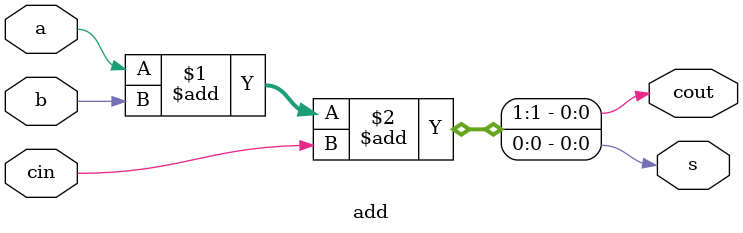
<source format=v>
module add(
    input wire a,
    input wire b,
    input wire cin,
    output wire s,
    output wire cout
);
    assign {cout,s} = a + b + cin;
    // ÇëÑ§Ï°{}µÄÓÃ·¨
endmodule
</source>
